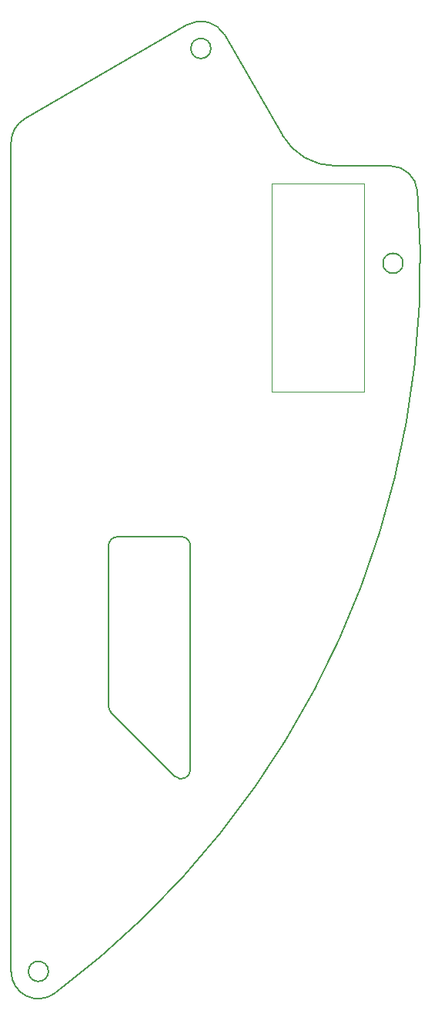
<source format=gbr>
%TF.GenerationSoftware,KiCad,Pcbnew,7.0.9*%
%TF.CreationDate,2023-12-24T01:03:02+09:00*%
%TF.ProjectId,PowerSuplyUnit,506f7765-7253-4757-906c-79556e69742e,rev?*%
%TF.SameCoordinates,Original*%
%TF.FileFunction,Profile,NP*%
%FSLAX46Y46*%
G04 Gerber Fmt 4.6, Leading zero omitted, Abs format (unit mm)*
G04 Created by KiCad (PCBNEW 7.0.9) date 2023-12-24 01:03:02*
%MOMM*%
%LPD*%
G01*
G04 APERTURE LIST*
%TA.AperFunction,Profile*%
%ADD10C,0.200000*%
%TD*%
%TA.AperFunction,Profile*%
%ADD11C,0.120000*%
%TD*%
G04 APERTURE END LIST*
D10*
X142240000Y-105410000D02*
X142240000Y-122995786D01*
X142532893Y-123702893D02*
X149532893Y-130702893D01*
X135628222Y-152135823D02*
G75*
G03*
X135628222Y-152135823I-1100000J0D01*
G01*
X136322037Y-154540451D02*
G75*
G03*
X176213402Y-66457492I-59793807J80154221D01*
G01*
X151240000Y-105410000D02*
G75*
G03*
X150240000Y-104410000I-1000000J0D01*
G01*
X173222847Y-63695354D02*
X167206352Y-63695354D01*
X131528222Y-61118276D02*
X131528222Y-152135823D01*
X142240010Y-122995786D02*
G75*
G03*
X142532893Y-123702893I999990J-14D01*
G01*
X161360681Y-60320354D02*
X154998076Y-49300000D01*
X131528169Y-152135823D02*
G75*
G03*
X136322036Y-154540450I3000031J23D01*
G01*
X133028238Y-58520227D02*
G75*
G03*
X131528222Y-61118276I1499962J-2598073D01*
G01*
X176213398Y-66457492D02*
G75*
G03*
X173222847Y-63695354I-2990598J-237908D01*
G01*
X150240000Y-104410000D02*
X143240000Y-104410000D01*
X151240000Y-129995786D02*
X151240000Y-105410000D01*
X150900000Y-48201923D02*
X133028222Y-58520199D01*
X153500000Y-50800000D02*
G75*
G03*
X153500000Y-50800000I-1100000J0D01*
G01*
X174628222Y-74386225D02*
G75*
G03*
X174628222Y-74386225I-1100000J0D01*
G01*
X161360737Y-60320322D02*
G75*
G03*
X167206352Y-63695354I5845663J3374922D01*
G01*
X143240000Y-104410000D02*
G75*
G03*
X142240000Y-105410000I0J-1000000D01*
G01*
X154998076Y-49300000D02*
G75*
G03*
X150900000Y-48201924I-2598076J-1500000D01*
G01*
X149532886Y-130702900D02*
G75*
G03*
X151240000Y-129995786I707114J707100D01*
G01*
D11*
%TO.C,MES1*%
X160161000Y-88519000D02*
X160161000Y-77089000D01*
X170321000Y-88519000D02*
X160161000Y-88519000D01*
X160161000Y-77089000D02*
X160161000Y-65659000D01*
X170321000Y-77089000D02*
X170321000Y-88519000D01*
X160161000Y-65659000D02*
X170321000Y-65659000D01*
X170321000Y-65659000D02*
X170321000Y-77089000D01*
%TD*%
M02*

</source>
